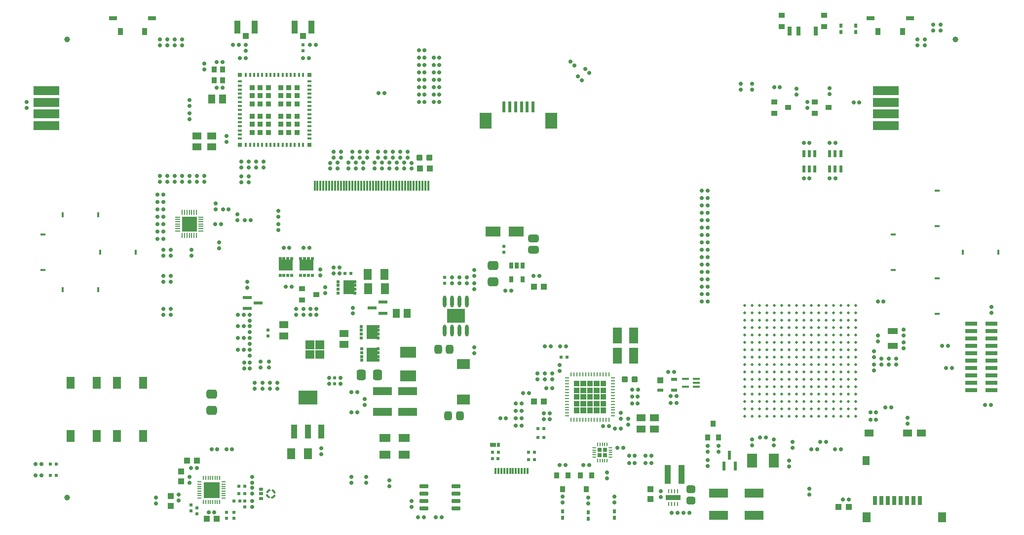
<source format=gtp>
G04*
G04 #@! TF.GenerationSoftware,Altium Limited,Altium Designer,18.1.7 (191)*
G04*
G04 Layer_Color=8421504*
%FSLAX24Y24*%
%MOIN*%
G70*
G01*
G75*
G04:AMPARAMS|DCode=22|XSize=29.5mil|YSize=29.5mil|CornerRadius=7.4mil|HoleSize=0mil|Usage=FLASHONLY|Rotation=90.000|XOffset=0mil|YOffset=0mil|HoleType=Round|Shape=RoundedRectangle|*
%AMROUNDEDRECTD22*
21,1,0.0295,0.0148,0,0,90.0*
21,1,0.0148,0.0295,0,0,90.0*
1,1,0.0148,0.0074,0.0074*
1,1,0.0148,0.0074,-0.0074*
1,1,0.0148,-0.0074,-0.0074*
1,1,0.0148,-0.0074,0.0074*
%
%ADD22ROUNDEDRECTD22*%
%ADD23R,0.0236X0.0748*%
%ADD24R,0.0827X0.1102*%
%ADD25C,0.0020*%
G04:AMPARAMS|DCode=26|XSize=25.6mil|YSize=23.6mil|CornerRadius=5.9mil|HoleSize=0mil|Usage=FLASHONLY|Rotation=0.000|XOffset=0mil|YOffset=0mil|HoleType=Round|Shape=RoundedRectangle|*
%AMROUNDEDRECTD26*
21,1,0.0256,0.0118,0,0,0.0*
21,1,0.0138,0.0236,0,0,0.0*
1,1,0.0118,0.0069,-0.0059*
1,1,0.0118,-0.0069,-0.0059*
1,1,0.0118,-0.0069,0.0059*
1,1,0.0118,0.0069,0.0059*
%
%ADD26ROUNDEDRECTD26*%
G04:AMPARAMS|DCode=27|XSize=25.6mil|YSize=23.6mil|CornerRadius=5.9mil|HoleSize=0mil|Usage=FLASHONLY|Rotation=270.000|XOffset=0mil|YOffset=0mil|HoleType=Round|Shape=RoundedRectangle|*
%AMROUNDEDRECTD27*
21,1,0.0256,0.0118,0,0,270.0*
21,1,0.0138,0.0236,0,0,270.0*
1,1,0.0118,-0.0059,-0.0069*
1,1,0.0118,-0.0059,0.0069*
1,1,0.0118,0.0059,0.0069*
1,1,0.0118,0.0059,-0.0069*
%
%ADD27ROUNDEDRECTD27*%
G04:AMPARAMS|DCode=28|XSize=25.6mil|YSize=23.6mil|CornerRadius=5.9mil|HoleSize=0mil|Usage=FLASHONLY|Rotation=225.000|XOffset=0mil|YOffset=0mil|HoleType=Round|Shape=RoundedRectangle|*
%AMROUNDEDRECTD28*
21,1,0.0256,0.0118,0,0,225.0*
21,1,0.0138,0.0236,0,0,225.0*
1,1,0.0118,-0.0090,-0.0007*
1,1,0.0118,0.0007,0.0090*
1,1,0.0118,0.0090,0.0007*
1,1,0.0118,-0.0007,-0.0090*
%
%ADD28ROUNDEDRECTD28*%
%ADD29R,0.0320X0.0160*%
%ADD30R,0.0160X0.0320*%
%ADD31R,0.0433X0.0394*%
%ADD32R,0.0236X0.0197*%
G04:AMPARAMS|DCode=33|XSize=59.1mil|YSize=51.2mil|CornerRadius=12.8mil|HoleSize=0mil|Usage=FLASHONLY|Rotation=180.000|XOffset=0mil|YOffset=0mil|HoleType=Round|Shape=RoundedRectangle|*
%AMROUNDEDRECTD33*
21,1,0.0591,0.0256,0,0,180.0*
21,1,0.0335,0.0512,0,0,180.0*
1,1,0.0256,-0.0167,0.0128*
1,1,0.0256,0.0167,0.0128*
1,1,0.0256,0.0167,-0.0128*
1,1,0.0256,-0.0167,-0.0128*
%
%ADD33ROUNDEDRECTD33*%
%ADD34R,0.0433X0.1260*%
G04:AMPARAMS|DCode=35|XSize=59.1mil|YSize=51.2mil|CornerRadius=12.8mil|HoleSize=0mil|Usage=FLASHONLY|Rotation=90.000|XOffset=0mil|YOffset=0mil|HoleType=Round|Shape=RoundedRectangle|*
%AMROUNDEDRECTD35*
21,1,0.0591,0.0256,0,0,90.0*
21,1,0.0335,0.0512,0,0,90.0*
1,1,0.0256,0.0128,0.0167*
1,1,0.0256,0.0128,-0.0167*
1,1,0.0256,-0.0128,-0.0167*
1,1,0.0256,-0.0128,0.0167*
%
%ADD35ROUNDEDRECTD35*%
G04:AMPARAMS|DCode=36|XSize=39.4mil|YSize=43.3mil|CornerRadius=9.8mil|HoleSize=0mil|Usage=FLASHONLY|Rotation=270.000|XOffset=0mil|YOffset=0mil|HoleType=Round|Shape=RoundedRectangle|*
%AMROUNDEDRECTD36*
21,1,0.0394,0.0236,0,0,270.0*
21,1,0.0197,0.0433,0,0,270.0*
1,1,0.0197,-0.0118,-0.0098*
1,1,0.0197,-0.0118,0.0098*
1,1,0.0197,0.0118,0.0098*
1,1,0.0197,0.0118,-0.0098*
%
%ADD36ROUNDEDRECTD36*%
%ADD37R,0.0197X0.0236*%
%ADD38R,0.0413X0.0866*%
%ADD39R,0.0413X0.0394*%
%ADD40R,0.0244X0.0472*%
%ADD41R,0.0551X0.0827*%
%ADD42R,0.1250X0.0600*%
%ADD43R,0.0394X0.0335*%
%ADD44R,0.0394X0.0335*%
%ADD45R,0.1299X0.0945*%
%ADD46R,0.0394X0.0945*%
%ADD47R,0.0610X0.0217*%
%ADD48R,0.0394X0.0236*%
%ADD49R,0.0394X0.0394*%
G04:AMPARAMS|DCode=50|XSize=23.6mil|YSize=57.1mil|CornerRadius=2mil|HoleSize=0mil|Usage=FLASHONLY|Rotation=270.000|XOffset=0mil|YOffset=0mil|HoleType=Round|Shape=RoundedRectangle|*
%AMROUNDEDRECTD50*
21,1,0.0236,0.0531,0,0,270.0*
21,1,0.0196,0.0571,0,0,270.0*
1,1,0.0040,-0.0265,-0.0098*
1,1,0.0040,-0.0265,0.0098*
1,1,0.0040,0.0265,0.0098*
1,1,0.0040,0.0265,-0.0098*
%
%ADD50ROUNDEDRECTD50*%
G04:AMPARAMS|DCode=51|XSize=23.6mil|YSize=9.8mil|CornerRadius=2mil|HoleSize=0mil|Usage=FLASHONLY|Rotation=0.000|XOffset=0mil|YOffset=0mil|HoleType=Round|Shape=RoundedRectangle|*
%AMROUNDEDRECTD51*
21,1,0.0236,0.0059,0,0,0.0*
21,1,0.0197,0.0098,0,0,0.0*
1,1,0.0039,0.0098,-0.0030*
1,1,0.0039,-0.0098,-0.0030*
1,1,0.0039,-0.0098,0.0030*
1,1,0.0039,0.0098,0.0030*
%
%ADD51ROUNDEDRECTD51*%
G04:AMPARAMS|DCode=52|XSize=23.6mil|YSize=9.8mil|CornerRadius=2mil|HoleSize=0mil|Usage=FLASHONLY|Rotation=90.000|XOffset=0mil|YOffset=0mil|HoleType=Round|Shape=RoundedRectangle|*
%AMROUNDEDRECTD52*
21,1,0.0236,0.0059,0,0,90.0*
21,1,0.0197,0.0098,0,0,90.0*
1,1,0.0039,0.0030,0.0098*
1,1,0.0039,0.0030,-0.0098*
1,1,0.0039,-0.0030,-0.0098*
1,1,0.0039,-0.0030,0.0098*
%
%ADD52ROUNDEDRECTD52*%
G04:AMPARAMS|DCode=53|XSize=7.9mil|YSize=23.6mil|CornerRadius=2mil|HoleSize=0mil|Usage=FLASHONLY|Rotation=0.000|XOffset=0mil|YOffset=0mil|HoleType=Round|Shape=RoundedRectangle|*
%AMROUNDEDRECTD53*
21,1,0.0079,0.0197,0,0,0.0*
21,1,0.0039,0.0236,0,0,0.0*
1,1,0.0039,0.0020,-0.0098*
1,1,0.0039,-0.0020,-0.0098*
1,1,0.0039,-0.0020,0.0098*
1,1,0.0039,0.0020,0.0098*
%
%ADD53ROUNDEDRECTD53*%
G04:AMPARAMS|DCode=54|XSize=7.9mil|YSize=23.6mil|CornerRadius=2mil|HoleSize=0mil|Usage=FLASHONLY|Rotation=270.000|XOffset=0mil|YOffset=0mil|HoleType=Round|Shape=RoundedRectangle|*
%AMROUNDEDRECTD54*
21,1,0.0079,0.0197,0,0,270.0*
21,1,0.0039,0.0236,0,0,270.0*
1,1,0.0039,-0.0098,-0.0020*
1,1,0.0039,-0.0098,0.0020*
1,1,0.0039,0.0098,0.0020*
1,1,0.0039,0.0098,-0.0020*
%
%ADD54ROUNDEDRECTD54*%
%ADD55R,0.0020X0.0020*%
%ADD56R,0.0020X0.0020*%
%ADD57R,0.0315X0.0236*%
%ADD58R,0.0010X0.0010*%
%ADD59O,0.0014X0.0156*%
%ADD60O,0.0156X0.0014*%
%ADD61R,0.1299X0.0551*%
G04:AMPARAMS|DCode=62|XSize=70.9mil|YSize=63mil|CornerRadius=15.7mil|HoleSize=0mil|Usage=FLASHONLY|Rotation=0.000|XOffset=0mil|YOffset=0mil|HoleType=Round|Shape=RoundedRectangle|*
%AMROUNDEDRECTD62*
21,1,0.0709,0.0315,0,0,0.0*
21,1,0.0394,0.0630,0,0,0.0*
1,1,0.0315,0.0197,-0.0157*
1,1,0.0315,-0.0197,-0.0157*
1,1,0.0315,-0.0197,0.0157*
1,1,0.0315,0.0197,0.0157*
%
%ADD62ROUNDEDRECTD62*%
%ADD63R,0.0098X0.0315*%
%ADD64R,0.0984X0.0354*%
%ADD65R,0.0295X0.0079*%
%ADD66R,0.0079X0.0295*%
%ADD67R,0.1063X0.1063*%
%ADD68R,0.0335X0.0079*%
%ADD69R,0.0079X0.0335*%
%ADD70R,0.1010X0.1010*%
%ADD71R,0.0748X0.0965*%
%ADD72R,0.0248X0.0197*%
%ADD73R,0.0280X0.0590*%
%ADD74R,0.0390X0.0320*%
G04:AMPARAMS|DCode=75|XSize=19.7mil|YSize=19.7mil|CornerRadius=9.8mil|HoleSize=0mil|Usage=FLASHONLY|Rotation=180.000|XOffset=0mil|YOffset=0mil|HoleType=Round|Shape=RoundedRectangle|*
%AMROUNDEDRECTD75*
21,1,0.0197,0.0000,0,0,180.0*
21,1,0.0000,0.0197,0,0,180.0*
1,1,0.0197,0.0000,0.0000*
1,1,0.0197,0.0000,0.0000*
1,1,0.0197,0.0000,0.0000*
1,1,0.0197,0.0000,0.0000*
%
%ADD75ROUNDEDRECTD75*%
%ADD76R,0.0281X0.0281*%
%ADD77R,0.0295X0.0157*%
%ADD78R,0.0157X0.0295*%
%ADD79R,0.0374X0.0374*%
%ADD80R,0.0453X0.0591*%
%ADD81R,0.0591X0.0453*%
%ADD82R,0.0315X0.0591*%
%ADD83R,0.0551X0.0669*%
%ADD84R,0.0256X0.0433*%
G04:AMPARAMS|DCode=85|XSize=70.9mil|YSize=51.2mil|CornerRadius=12.8mil|HoleSize=0mil|Usage=FLASHONLY|Rotation=180.000|XOffset=0mil|YOffset=0mil|HoleType=Round|Shape=RoundedRectangle|*
%AMROUNDEDRECTD85*
21,1,0.0709,0.0256,0,0,180.0*
21,1,0.0453,0.0512,0,0,180.0*
1,1,0.0256,-0.0226,0.0128*
1,1,0.0256,0.0226,0.0128*
1,1,0.0256,0.0226,-0.0128*
1,1,0.0256,-0.0226,-0.0128*
%
%ADD85ROUNDEDRECTD85*%
%ADD86R,0.0374X0.0413*%
%ADD87R,0.1771X0.0590*%
%ADD88R,0.1098X0.0754*%
%ADD89R,0.0138X0.0709*%
%ADD90R,0.0126X0.0709*%
%ADD91C,0.0394*%
%ADD92R,0.0709X0.0394*%
%ADD93R,0.0130X0.0445*%
%ADD94R,0.0413X0.0276*%
%ADD95R,0.0205X0.0276*%
%ADD96R,0.0984X0.0669*%
%ADD97R,0.0197X0.0276*%
%ADD98O,0.0236X0.0787*%
%ADD99R,0.1220X0.0945*%
%ADD100R,0.0460X0.0140*%
%ADD101R,0.0670X0.0940*%
%ADD102R,0.0870X0.0670*%
%ADD103R,0.0531X0.0728*%
%ADD104R,0.0591X0.0512*%
%ADD105R,0.0394X0.0433*%
%ADD106R,0.0630X0.1063*%
%ADD107R,0.0807X0.0299*%
%ADD108R,0.0217X0.0610*%
%ADD109R,0.0335X0.0394*%
%ADD110R,0.0335X0.0394*%
%ADD111R,0.0512X0.0591*%
%ADD112R,0.0728X0.0531*%
%ADD113R,0.0965X0.0748*%
%ADD114R,0.0197X0.0248*%
G04:AMPARAMS|DCode=115|XSize=70.9mil|YSize=63mil|CornerRadius=15.7mil|HoleSize=0mil|Usage=FLASHONLY|Rotation=90.000|XOffset=0mil|YOffset=0mil|HoleType=Round|Shape=RoundedRectangle|*
%AMROUNDEDRECTD115*
21,1,0.0709,0.0315,0,0,90.0*
21,1,0.0394,0.0630,0,0,90.0*
1,1,0.0315,0.0157,0.0197*
1,1,0.0315,0.0157,-0.0197*
1,1,0.0315,-0.0157,-0.0197*
1,1,0.0315,-0.0157,0.0197*
%
%ADD115ROUNDEDRECTD115*%
%ADD116R,0.0571X0.0315*%
%ADD117R,0.0354X0.0500*%
G36*
X-12652Y12039D02*
X-13237Y12039D01*
X-13237Y12624D01*
X-12652Y12624D01*
X-12652Y12039D01*
X-12652Y12039D02*
G37*
G36*
X-13316Y12039D02*
X-13901Y12039D01*
X-13901Y12624D01*
X-13316Y12624D01*
X-13316Y12039D01*
X-13316Y12039D02*
G37*
G36*
X-12652Y11376D02*
X-13237Y11376D01*
X-13237Y11961D01*
X-12652Y11961D01*
X-12652Y11376D01*
X-12652Y11376D02*
G37*
G36*
X-13316Y11376D02*
X-13901Y11376D01*
X-13901Y11961D01*
X-13316Y11961D01*
X-13316Y11376D01*
X-13316Y11376D02*
G37*
G36*
X6405Y9515D02*
X6031Y9515D01*
X6031Y9889D01*
X6405Y9889D01*
X6405Y9515D01*
X6405Y9515D02*
G37*
G36*
X5952Y9515D02*
X5578Y9515D01*
X5578Y9889D01*
X5952Y9889D01*
X5952Y9515D01*
X5952Y9515D02*
G37*
G36*
X5500Y9515D02*
X5126Y9515D01*
X5126Y9889D01*
X5500Y9889D01*
X5500Y9515D01*
X5500Y9515D02*
G37*
G36*
X5047Y9515D02*
X4673Y9515D01*
X4673Y9889D01*
X5047Y9889D01*
X5047Y9515D01*
X5047Y9515D02*
G37*
G36*
X4594Y9515D02*
X4220Y9515D01*
X4220Y9889D01*
X4594Y9889D01*
X4594Y9515D01*
X4594Y9515D02*
G37*
G36*
X6405Y9062D02*
X6031Y9062D01*
X6031Y9436D01*
X6405Y9436D01*
X6405Y9062D01*
X6405Y9062D02*
G37*
G36*
X5952Y9062D02*
X5578Y9062D01*
X5578Y9436D01*
X5952Y9436D01*
X5952Y9062D01*
X5952Y9062D02*
G37*
G36*
X5500Y9062D02*
X5126Y9062D01*
X5126Y9436D01*
X5500Y9436D01*
X5500Y9062D01*
X5500Y9062D02*
G37*
G36*
X5047Y9062D02*
X4673Y9062D01*
X4673Y9436D01*
X5047Y9436D01*
X5047Y9062D01*
X5047Y9062D02*
G37*
G36*
X4594Y9062D02*
X4220Y9062D01*
X4220Y9436D01*
X4594Y9436D01*
X4594Y9062D01*
X4594Y9062D02*
G37*
G36*
X6405Y8609D02*
X6031Y8609D01*
X6031Y8983D01*
X6405Y8983D01*
X6405Y8609D01*
X6405Y8609D02*
G37*
G36*
X5952Y8609D02*
X5578Y8609D01*
X5578Y8983D01*
X5952Y8983D01*
X5952Y8609D01*
X5952Y8609D02*
G37*
G36*
X5500Y8609D02*
X5126Y8609D01*
X5126Y8983D01*
X5500Y8983D01*
X5500Y8609D01*
X5500Y8609D02*
G37*
G36*
X5047Y8609D02*
X4673Y8609D01*
X4673Y8983D01*
X5047Y8983D01*
X5047Y8609D01*
X5047Y8609D02*
G37*
G36*
X4594Y8609D02*
X4220Y8609D01*
X4220Y8983D01*
X4594Y8983D01*
X4594Y8609D01*
X4594Y8609D02*
G37*
G36*
X6405Y8156D02*
X6031Y8156D01*
X6031Y8530D01*
X6405Y8530D01*
X6405Y8156D01*
X6405Y8156D02*
G37*
G36*
X5952Y8156D02*
X5578Y8156D01*
X5578Y8530D01*
X5952Y8530D01*
X5952Y8156D01*
X5952Y8156D02*
G37*
G36*
X5500Y8156D02*
X5126Y8156D01*
X5126Y8530D01*
X5500Y8530D01*
X5500Y8156D01*
X5500Y8156D02*
G37*
G36*
X5047Y8156D02*
X4673Y8156D01*
X4673Y8530D01*
X5047Y8530D01*
X5047Y8156D01*
X5047Y8156D02*
G37*
G36*
X4594Y8156D02*
X4220Y8156D01*
X4220Y8530D01*
X4594Y8530D01*
X4594Y8156D01*
X4594Y8156D02*
G37*
G36*
X6405Y7704D02*
X6031Y7704D01*
X6031Y8078D01*
X6405Y8078D01*
X6405Y7704D01*
X6405Y7704D02*
G37*
G36*
X5952Y7704D02*
X5578Y7704D01*
X5578Y8078D01*
X5952Y8078D01*
X5952Y7704D01*
X5952Y7704D02*
G37*
G36*
X5500Y7704D02*
X5126Y7704D01*
X5126Y8078D01*
X5500Y8078D01*
X5500Y7704D01*
X5500Y7704D02*
G37*
G36*
X5047Y7704D02*
X4673Y7704D01*
X4673Y8078D01*
X5047Y8078D01*
X5047Y7704D01*
X5047Y7704D02*
G37*
G36*
X4594Y7704D02*
X4220Y7704D01*
X4220Y8078D01*
X4594Y8078D01*
X4594Y7704D01*
X4594Y7704D02*
G37*
G36*
X-16318Y2566D02*
X-16293Y2554D01*
X-16274Y2534D01*
X-16265Y2508D01*
X-16266Y2481D01*
X-16277Y2456D01*
X-16298Y2437D01*
X-16310Y2432D01*
X-16310Y2432D01*
X-16319Y2429D01*
X-16332Y2424D01*
X-16344Y2417D01*
X-16356Y2410D01*
X-16367Y2402D01*
X-16378Y2393D01*
X-16387Y2384D01*
X-16397Y2373D01*
X-16405Y2363D01*
X-16413Y2351D01*
X-16421Y2337D01*
X-16426Y2329D01*
X-16438Y2317D01*
X-16454Y2308D01*
X-16472Y2303D01*
X-16499Y2303D01*
X-16531Y2322D01*
X-16550Y2354D01*
X-16550Y2391D01*
X-16540Y2407D01*
X-16540Y2407D01*
X-16531Y2423D01*
X-16531Y2423D01*
X-16530Y2424D01*
X-16530Y2425D01*
X-16529Y2426D01*
X-16528Y2427D01*
X-16528Y2427D01*
X-16518Y2442D01*
X-16518Y2443D01*
X-16517Y2444D01*
X-16516Y2445D01*
X-16515Y2446D01*
X-16515Y2446D01*
X-16515Y2446D01*
X-16504Y2461D01*
X-16504Y2461D01*
X-16501Y2464D01*
X-16501Y2464D01*
X-16501Y2464D01*
X-16501Y2464D01*
X-16488Y2478D01*
X-16488Y2478D01*
X-16487Y2479D01*
X-16486Y2480D01*
X-16485Y2481D01*
X-16485Y2482D01*
X-16485Y2482D01*
X-16471Y2494D01*
X-16471Y2495D01*
X-16470Y2496D01*
X-16469Y2496D01*
X-16468Y2497D01*
X-16468Y2498D01*
X-16468Y2498D01*
X-16454Y2510D01*
X-16453Y2510D01*
X-16452Y2511D01*
X-16451Y2511D01*
X-16450Y2512D01*
X-16450Y2512D01*
X-16435Y2523D01*
X-16434Y2524D01*
X-16433Y2524D01*
X-16432Y2525D01*
X-16431Y2526D01*
X-16431Y2526D01*
X-16431Y2526D01*
X-16415Y2536D01*
X-16415Y2536D01*
X-16413Y2537D01*
X-16412Y2537D01*
X-16411Y2538D01*
X-16411Y2538D01*
X-16411Y2538D01*
X-16394Y2547D01*
X-16394Y2547D01*
X-16393Y2548D01*
X-16392Y2548D01*
X-16390Y2549D01*
X-16390Y2549D01*
X-16390Y2549D01*
X-16373Y2556D01*
X-16373Y2556D01*
X-16373Y2557D01*
X-16371Y2557D01*
X-16370Y2558D01*
X-16369Y2558D01*
X-16369Y2558D01*
X-16369Y2558D01*
X-16369Y2558D01*
X-16369Y2558D01*
X-16371Y2557D01*
X-16372Y2557D01*
X-16373Y2557D01*
X-16373Y2556D01*
X-16373Y2556D01*
X-16373Y2556D01*
X-16373Y2556D01*
X-16369Y2558D01*
X-16358Y2562D01*
X-16345Y2567D01*
X-16318Y2566D01*
X-16318Y2566D02*
G37*
G36*
X-16501Y2464D02*
X-16501Y2464D01*
X-16502Y2463D01*
X-16503Y2462D01*
X-16503Y2461D01*
X-16504Y2461D01*
X-16504Y2461D01*
X-16504Y2461D01*
X-16503Y2461D01*
X-16503Y2462D01*
X-16502Y2463D01*
X-16501Y2464D01*
X-16501Y2464D01*
X-16501Y2464D01*
X-16501Y2464D01*
X-16501Y2464D01*
X-16501Y2464D02*
G37*
G36*
X-16504Y2461D02*
X-16504Y2461D01*
X-16504Y2461D01*
X-16504Y2461D01*
X-16504Y2461D02*
G37*
G36*
X-16098Y2547D02*
X-16086Y2540D01*
X-16086Y2540D01*
X-16070Y2531D01*
X-16070Y2531D01*
X-16068Y2530D01*
X-16067Y2529D01*
X-16066Y2529D01*
X-16066Y2528D01*
X-16066Y2528D01*
X-16051Y2518D01*
X-16050Y2518D01*
X-16049Y2517D01*
X-16048Y2516D01*
X-16047Y2516D01*
X-16047Y2515D01*
X-16047Y2515D01*
X-16047Y2515D01*
X-16032Y2504D01*
X-16032Y2504D01*
X-16032Y2504D01*
X-16032Y2504D01*
X-16032Y2504D01*
X-16032Y2504D01*
X-16032Y2504D01*
X-16032Y2504D01*
X-16032Y2504D01*
X-16032Y2504D01*
X-16032Y2503D01*
X-16031Y2503D01*
X-16030Y2502D01*
X-16029Y2501D01*
X-16028Y2501D01*
X-16028Y2501D01*
X-16015Y2488D01*
X-16014Y2488D01*
X-16014Y2487D01*
X-16013Y2486D01*
X-16012Y2485D01*
X-16011Y2485D01*
X-16011Y2485D01*
X-16011Y2485D01*
X-15999Y2472D01*
X-15998Y2471D01*
X-15997Y2470D01*
X-15997Y2469D01*
X-15996Y2468D01*
X-15995Y2468D01*
X-15995Y2468D01*
X-15983Y2454D01*
X-15983Y2453D01*
X-15982Y2452D01*
X-15982Y2451D01*
X-15981Y2450D01*
X-15980Y2450D01*
X-15980Y2450D01*
X-15970Y2435D01*
X-15969Y2434D01*
X-15969Y2433D01*
X-15968Y2432D01*
X-15967Y2431D01*
X-15967Y2431D01*
X-15967Y2431D01*
X-15957Y2415D01*
X-15957Y2415D01*
X-15957Y2414D01*
X-15956Y2413D01*
X-15956Y2412D01*
X-15955Y2411D01*
X-15955Y2411D01*
X-15955Y2411D01*
X-15946Y2394D01*
X-15946Y2394D01*
X-15945Y2393D01*
X-15945Y2392D01*
X-15944Y2391D01*
X-15944Y2390D01*
X-15944Y2390D01*
X-15944Y2390D01*
X-15937Y2373D01*
X-15937Y2373D01*
X-15936Y2373D01*
X-15936Y2373D01*
X-15936Y2373D01*
X-15936Y2373D01*
X-15936Y2373D01*
X-15936Y2373D01*
X-15936Y2373D01*
X-15936Y2373D01*
X-15936Y2373D01*
X-15936Y2371D01*
X-15935Y2370D01*
X-15935Y2369D01*
X-15935Y2369D01*
X-15935Y2369D01*
X-15931Y2358D01*
X-15925Y2342D01*
X-15929Y2309D01*
X-15949Y2281D01*
X-15979Y2265D01*
X-16006Y2265D01*
X-16027Y2272D01*
X-16044Y2284D01*
X-16057Y2301D01*
X-16061Y2310D01*
X-16061Y2310D01*
X-16064Y2319D01*
X-16069Y2332D01*
X-16076Y2344D01*
X-16083Y2356D01*
X-16091Y2367D01*
X-16100Y2378D01*
X-16109Y2387D01*
X-16120Y2397D01*
X-16130Y2405D01*
X-16142Y2413D01*
X-16156Y2421D01*
X-16167Y2428D01*
X-16184Y2450D01*
X-16191Y2476D01*
X-16187Y2504D01*
X-16174Y2527D01*
X-16152Y2544D01*
X-16125Y2551D01*
X-16098Y2547D01*
X-16098Y2547D02*
G37*
G36*
X-16481Y2227D02*
X-16456Y2216D01*
X-16437Y2195D01*
X-16432Y2182D01*
X-16429Y2174D01*
X-16424Y2161D01*
X-16417Y2149D01*
X-16410Y2137D01*
X-16402Y2126D01*
X-16393Y2115D01*
X-16384Y2105D01*
X-16373Y2096D01*
X-16363Y2088D01*
X-16351Y2080D01*
X-16337Y2072D01*
X-16317Y2060D01*
X-16299Y2017D01*
X-16311Y1972D01*
X-16349Y1943D01*
X-16377Y1943D01*
X-16386Y1944D01*
X-16394Y1947D01*
X-16403Y1950D01*
X-16407Y1953D01*
X-16423Y1962D01*
X-16423Y1962D01*
X-16423Y1962D01*
X-16424Y1963D01*
X-16425Y1963D01*
X-16426Y1964D01*
X-16427Y1964D01*
X-16442Y1975D01*
X-16443Y1975D01*
X-16444Y1976D01*
X-16445Y1977D01*
X-16446Y1977D01*
X-16446Y1978D01*
X-16461Y1989D01*
X-16461Y1989D01*
X-16461Y1989D01*
X-16461Y1990D01*
X-16462Y1990D01*
X-16463Y1991D01*
X-16464Y1992D01*
X-16464Y1992D01*
X-16478Y2005D01*
X-16478Y2005D01*
X-16478Y2005D01*
X-16479Y2006D01*
X-16480Y2007D01*
X-16481Y2008D01*
X-16482Y2008D01*
X-16494Y2021D01*
X-16494Y2021D01*
X-16495Y2022D01*
X-16496Y2023D01*
X-16496Y2024D01*
X-16497Y2025D01*
X-16498Y2025D01*
X-16510Y2039D01*
X-16510Y2039D01*
X-16510Y2040D01*
X-16511Y2041D01*
X-16511Y2042D01*
X-16512Y2043D01*
X-16512Y2043D01*
X-16523Y2058D01*
X-16523Y2058D01*
X-16524Y2059D01*
X-16524Y2060D01*
X-16525Y2061D01*
X-16526Y2062D01*
X-16526Y2062D01*
X-16536Y2078D01*
X-16536Y2078D01*
X-16536Y2078D01*
X-16537Y2079D01*
X-16537Y2080D01*
X-16538Y2082D01*
X-16538Y2082D01*
X-16547Y2099D01*
X-16547Y2099D01*
X-16547Y2099D01*
X-16548Y2100D01*
X-16548Y2101D01*
X-16549Y2102D01*
X-16549Y2103D01*
X-16549Y2103D01*
X-16549Y2103D01*
X-16549Y2103D01*
X-16549Y2103D01*
X-16549Y2103D01*
X-16549Y2103D01*
X-16549Y2103D01*
X-16549Y2103D01*
X-16549Y2103D01*
X-16556Y2120D01*
X-16556Y2120D01*
X-16556Y2120D01*
X-16557Y2120D01*
X-16557Y2121D01*
X-16558Y2123D01*
X-16558Y2124D01*
X-16558Y2124D01*
X-16562Y2135D01*
X-16562Y2135D01*
X-16567Y2148D01*
X-16566Y2175D01*
X-16554Y2200D01*
X-16534Y2219D01*
X-16508Y2228D01*
X-16481Y2227D01*
X-16481Y2227D02*
G37*
G36*
X-15989Y2187D02*
X-15966Y2174D01*
X-15949Y2152D01*
X-15942Y2125D01*
X-15946Y2098D01*
X-15953Y2086D01*
X-15953Y2086D01*
X-15962Y2070D01*
X-15962Y2070D01*
X-15963Y2069D01*
X-15963Y2068D01*
X-15964Y2067D01*
X-15964Y2066D01*
X-15964Y2066D01*
X-15975Y2051D01*
X-15975Y2050D01*
X-15976Y2049D01*
X-15977Y2048D01*
X-15977Y2047D01*
X-15978Y2047D01*
X-15978Y2047D01*
X-15989Y2032D01*
X-15989Y2032D01*
X-15990Y2032D01*
X-15990Y2031D01*
X-15991Y2030D01*
X-15992Y2029D01*
X-15992Y2028D01*
X-15992Y2028D01*
X-16005Y2015D01*
X-16005Y2014D01*
X-16006Y2014D01*
X-16007Y2013D01*
X-16008Y2012D01*
X-16008Y2011D01*
X-16008Y2011D01*
X-16021Y1998D01*
X-16022Y1998D01*
X-16023Y1997D01*
X-16024Y1996D01*
X-16025Y1996D01*
X-16025Y1995D01*
X-16025Y1995D01*
X-16039Y1983D01*
X-16040Y1983D01*
X-16041Y1982D01*
X-16042Y1982D01*
X-16043Y1981D01*
X-16043Y1980D01*
X-16043Y1980D01*
X-16058Y1970D01*
X-16059Y1969D01*
X-16060Y1969D01*
X-16061Y1968D01*
X-16062Y1967D01*
X-16062Y1967D01*
X-16062Y1967D01*
X-16078Y1957D01*
X-16078Y1957D01*
X-16078Y1957D01*
X-16078Y1957D01*
X-16082Y1955D01*
X-16098Y1946D01*
X-16099Y1946D01*
X-16099Y1946D01*
X-16100Y1945D01*
X-16101Y1945D01*
X-16103Y1944D01*
X-16103Y1944D01*
X-16103Y1944D01*
X-16103Y1944D01*
X-16102Y1944D01*
X-16101Y1945D01*
X-16100Y1945D01*
X-16099Y1946D01*
X-16098Y1946D01*
X-16103Y1944D01*
X-16120Y1937D01*
X-16120Y1937D01*
X-16120Y1936D01*
X-16121Y1936D01*
X-16123Y1935D01*
X-16124Y1935D01*
X-16124Y1935D01*
X-16124Y1935D01*
X-16135Y1931D01*
X-16138Y1930D01*
X-16144Y1928D01*
X-16150Y1927D01*
X-16156Y1927D01*
X-16184Y1927D01*
X-16222Y1959D01*
X-16231Y2008D01*
X-16206Y2052D01*
X-16182Y2060D01*
X-16182Y2060D01*
X-16174Y2064D01*
X-16161Y2069D01*
X-16149Y2076D01*
X-16137Y2083D01*
X-16126Y2091D01*
X-16115Y2100D01*
X-16105Y2109D01*
X-16096Y2120D01*
X-16088Y2130D01*
X-16080Y2142D01*
X-16072Y2156D01*
X-16065Y2167D01*
X-16043Y2184D01*
X-16017Y2191D01*
X-15989Y2187D01*
X-15989Y2187D02*
G37*
G36*
X-16078Y1957D02*
X-16078Y1957D01*
X-16078Y1957D01*
X-16079Y1956D01*
X-16080Y1956D01*
X-16082Y1955D01*
X-16082Y1955D01*
X-16082Y1955D01*
X-16082Y1955D01*
X-16081Y1956D01*
X-16080Y1956D01*
X-16078Y1957D01*
X-16078Y1957D01*
X-16078Y1957D01*
X-16078Y1957D01*
X-16078Y1957D02*
G37*
G36*
X-16082Y1955D02*
X-16082Y1955D01*
X-16082Y1955D01*
X-16082Y1955D01*
X-16082Y1955D02*
G37*
%LPC*%
G36*
X-16098Y1946D02*
X-16098Y1946D01*
X-16098Y1946D01*
X-16098Y1946D01*
X-16098Y1946D02*
G37*
%LPD*%
D22*
X6340Y5237D02*
D03*
X6340Y4863D02*
D03*
X5966Y4863D02*
D03*
X5966Y5237D02*
D03*
D23*
X-501Y28415D02*
D03*
X-107Y28415D02*
D03*
X287Y28415D02*
D03*
X680Y28415D02*
D03*
X1074Y28415D02*
D03*
X1468Y28415D02*
D03*
D24*
X-1741Y27490D02*
D03*
X2708Y27490D02*
D03*
D25*
X-12150Y12897D02*
D03*
X-12150Y12797D02*
D03*
D26*
X13997Y5106D02*
D03*
X13997Y5500D02*
D03*
X13247Y5500D02*
D03*
X13247Y5106D02*
D03*
X13247Y4528D02*
D03*
X13247Y4135D02*
D03*
X-22250Y23353D02*
D03*
X-22250Y23747D02*
D03*
X-22750Y23750D02*
D03*
X-22750Y23356D02*
D03*
X18750Y4500D02*
D03*
X18750Y4106D02*
D03*
X-12900Y17020D02*
D03*
X-12900Y17413D02*
D03*
X-17841Y16600D02*
D03*
X-17841Y16206D02*
D03*
X-14527Y14747D02*
D03*
X-14527Y14353D02*
D03*
X-13572Y14362D02*
D03*
X-13572Y14756D02*
D03*
X-14027Y14750D02*
D03*
X-14027Y14356D02*
D03*
X-12577Y16232D02*
D03*
X-12577Y15839D02*
D03*
X-13178Y14362D02*
D03*
X-13178Y14756D02*
D03*
X-11532Y9684D02*
D03*
X-11532Y10078D02*
D03*
X-17348Y9349D02*
D03*
X-17348Y9743D02*
D03*
X-16798Y9743D02*
D03*
X-16798Y9349D02*
D03*
X-16298Y9349D02*
D03*
X-16298Y9743D02*
D03*
X-15798Y9743D02*
D03*
X-15798Y9349D02*
D03*
X-6750Y1356D02*
D03*
X-6750Y1750D02*
D03*
X2206Y7700D02*
D03*
X2206Y7306D02*
D03*
X5200Y1589D02*
D03*
X5200Y1983D02*
D03*
X24500Y11500D02*
D03*
X24500Y11894D02*
D03*
X24746Y12557D02*
D03*
X24746Y12950D02*
D03*
X24504Y10605D02*
D03*
X24504Y10999D02*
D03*
X-12320Y9684D02*
D03*
X-12320Y10078D02*
D03*
X-21750Y23750D02*
D03*
X-21750Y23356D02*
D03*
X-19752Y19250D02*
D03*
X-19752Y18856D02*
D03*
X-16750Y24321D02*
D03*
X-16750Y24714D02*
D03*
X-17250Y24714D02*
D03*
X-17250Y24321D02*
D03*
X-18250Y24321D02*
D03*
X-18250Y24714D02*
D03*
X-17750Y24714D02*
D03*
X-17750Y24321D02*
D03*
X-20750Y31358D02*
D03*
X-20750Y30964D02*
D03*
X-21750Y27606D02*
D03*
X-21750Y28000D02*
D03*
X-21750Y28500D02*
D03*
X-21750Y28894D02*
D03*
X-18250Y23714D02*
D03*
X-18250Y23321D02*
D03*
X-17750Y23321D02*
D03*
X-17750Y23714D02*
D03*
X16250Y30000D02*
D03*
X16250Y29606D02*
D03*
X15500Y29606D02*
D03*
X15500Y30000D02*
D03*
X26776Y7000D02*
D03*
X26776Y7394D02*
D03*
X-15747Y20106D02*
D03*
X-15747Y20500D02*
D03*
X-15750Y21394D02*
D03*
X-15750Y21000D02*
D03*
X-23750Y33000D02*
D03*
X-23750Y32606D02*
D03*
X27431Y32606D02*
D03*
X27431Y33000D02*
D03*
X-23003Y18750D02*
D03*
X-23003Y18356D02*
D03*
X-23000Y16606D02*
D03*
X-23000Y17000D02*
D03*
X-23000Y14353D02*
D03*
X-23000Y14747D02*
D03*
X-23250Y23353D02*
D03*
X-23250Y23747D02*
D03*
X-19986Y21894D02*
D03*
X-19986Y21500D02*
D03*
X7380Y7713D02*
D03*
X7380Y7320D02*
D03*
X-20751Y23750D02*
D03*
X-20751Y23356D02*
D03*
X-18500Y20750D02*
D03*
X-18500Y21144D02*
D03*
X-11516Y25000D02*
D03*
X-11516Y25394D02*
D03*
X19997Y28750D02*
D03*
X19997Y28356D02*
D03*
X-24000Y2000D02*
D03*
X-24000Y1606D02*
D03*
X-17500Y2642D02*
D03*
X-17500Y2248D02*
D03*
X-17500Y1750D02*
D03*
X-17500Y1356D02*
D03*
X-4000Y16500D02*
D03*
X-4000Y16894D02*
D03*
X-8250Y2750D02*
D03*
X-8250Y3144D02*
D03*
X1750Y10002D02*
D03*
X1750Y10396D02*
D03*
X2250Y10002D02*
D03*
X2250Y10396D02*
D03*
X3250Y10944D02*
D03*
X3250Y10550D02*
D03*
X3450Y2050D02*
D03*
X3450Y1656D02*
D03*
X2754Y10396D02*
D03*
X2754Y10002D02*
D03*
X-2501Y17394D02*
D03*
X-2501Y17000D02*
D03*
X-3000Y16894D02*
D03*
X-3000Y16500D02*
D03*
X19250Y29644D02*
D03*
X19250Y29250D02*
D03*
X6952Y2050D02*
D03*
X6952Y1656D02*
D03*
X21500Y29697D02*
D03*
X21500Y29303D02*
D03*
X-10800Y2997D02*
D03*
X-10800Y3391D02*
D03*
X-9800Y3396D02*
D03*
X-9800Y3002D02*
D03*
X-6750Y24247D02*
D03*
X-6750Y24640D02*
D03*
X-7000Y25394D02*
D03*
X-7000Y25000D02*
D03*
X-7250Y24250D02*
D03*
X-7250Y24644D02*
D03*
X-7500Y25394D02*
D03*
X-7500Y25000D02*
D03*
X-7750Y24250D02*
D03*
X-7750Y24644D02*
D03*
X-8002Y25394D02*
D03*
X-8002Y25000D02*
D03*
X-8250Y24250D02*
D03*
X-8250Y24644D02*
D03*
X-8500Y25394D02*
D03*
X-8500Y25000D02*
D03*
X-8750Y24250D02*
D03*
X-8750Y24644D02*
D03*
X-8991Y25394D02*
D03*
X-8991Y25000D02*
D03*
X-9250Y24250D02*
D03*
X-9250Y24644D02*
D03*
X-9750Y25397D02*
D03*
X-9750Y25003D02*
D03*
X-10000Y24253D02*
D03*
X-10000Y24647D02*
D03*
X-10250Y25397D02*
D03*
X-10250Y25003D02*
D03*
X-10500Y24253D02*
D03*
X-10500Y24647D02*
D03*
X-10750Y25397D02*
D03*
X-10750Y25003D02*
D03*
X-12250Y24247D02*
D03*
X-12250Y24640D02*
D03*
X-12000Y25394D02*
D03*
X-12000Y25000D02*
D03*
X-11750Y24250D02*
D03*
X-11750Y24644D02*
D03*
X-11000Y24644D02*
D03*
X-11000Y24250D02*
D03*
X20112Y2600D02*
D03*
X20112Y2206D02*
D03*
X32421Y14503D02*
D03*
X32421Y14897D02*
D03*
X-22747Y32606D02*
D03*
X-22747Y33000D02*
D03*
X28497Y34000D02*
D03*
X28497Y33606D02*
D03*
X-9900Y8253D02*
D03*
X-9900Y8647D02*
D03*
X-16950Y10802D02*
D03*
X-16950Y11196D02*
D03*
X-10698Y14446D02*
D03*
X-10698Y14839D02*
D03*
X26500Y12956D02*
D03*
X26500Y13350D02*
D03*
X26500Y12494D02*
D03*
X26500Y12100D02*
D03*
X17730Y5914D02*
D03*
X17730Y5520D02*
D03*
X16270Y5914D02*
D03*
X16270Y5520D02*
D03*
X-17929Y32608D02*
D03*
X-17929Y32214D02*
D03*
X29000Y33606D02*
D03*
X29000Y34000D02*
D03*
X25500Y11393D02*
D03*
X25500Y10999D02*
D03*
X24999Y11394D02*
D03*
X24999Y11000D02*
D03*
X26000Y11393D02*
D03*
X26000Y10999D02*
D03*
X-21600Y18750D02*
D03*
X-21600Y18356D02*
D03*
X-19250Y26464D02*
D03*
X-19250Y26071D02*
D03*
X-17668Y14362D02*
D03*
X-17668Y13968D02*
D03*
X-17668Y13575D02*
D03*
X-17668Y13181D02*
D03*
X-17668Y12787D02*
D03*
X-17668Y12394D02*
D03*
X-17668Y12000D02*
D03*
X-17668Y11606D02*
D03*
X7891Y6926D02*
D03*
X7891Y7320D02*
D03*
X-16377Y10803D02*
D03*
X-16377Y11197D02*
D03*
X-23250Y33000D02*
D03*
X-23250Y32606D02*
D03*
X27931Y32606D02*
D03*
X27931Y33000D02*
D03*
X-23503Y18750D02*
D03*
X-23503Y18356D02*
D03*
X-23503Y14747D02*
D03*
X-23503Y14353D02*
D03*
X-23750Y23353D02*
D03*
X-23750Y23747D02*
D03*
X-21251Y23356D02*
D03*
X-21251Y23750D02*
D03*
X-17500Y3394D02*
D03*
X-17500Y3000D02*
D03*
X-22473Y1791D02*
D03*
X-22473Y2184D02*
D03*
X-21750Y3394D02*
D03*
X-21750Y3000D02*
D03*
X-32750Y28750D02*
D03*
X-32750Y28356D02*
D03*
X2600Y7306D02*
D03*
X2600Y7700D02*
D03*
X10094Y2410D02*
D03*
X10094Y2016D02*
D03*
X-2501Y11750D02*
D03*
X-2501Y12144D02*
D03*
X-2500Y16106D02*
D03*
X-2500Y16500D02*
D03*
X-3500Y16500D02*
D03*
X-3500Y16894D02*
D03*
X6450Y3700D02*
D03*
X6450Y3306D02*
D03*
X-12844Y4918D02*
D03*
X-12844Y5312D02*
D03*
X-23500Y16606D02*
D03*
X-23500Y17000D02*
D03*
X19004Y5356D02*
D03*
X19004Y5750D02*
D03*
X-22250Y32606D02*
D03*
X-22250Y33000D02*
D03*
D27*
X11000Y10500D02*
D03*
X10606Y10500D02*
D03*
X11150Y8400D02*
D03*
X10756Y8400D02*
D03*
X11153Y8850D02*
D03*
X10759Y8850D02*
D03*
X-18323Y31714D02*
D03*
X-17929Y31714D02*
D03*
X-18400Y32608D02*
D03*
X-18794Y32608D02*
D03*
X-13677Y31714D02*
D03*
X-14071Y31714D02*
D03*
X-13600Y32608D02*
D03*
X-13206Y32608D02*
D03*
X12861Y22250D02*
D03*
X13255Y22250D02*
D03*
X13250Y17253D02*
D03*
X12856Y17253D02*
D03*
X12852Y16253D02*
D03*
X13246Y16253D02*
D03*
X13250Y15751D02*
D03*
X12856Y15751D02*
D03*
X12856Y15250D02*
D03*
X13250Y15250D02*
D03*
X12852Y22750D02*
D03*
X13246Y22750D02*
D03*
X13250Y21753D02*
D03*
X12856Y21753D02*
D03*
X12852Y21250D02*
D03*
X13246Y21250D02*
D03*
X13250Y20751D02*
D03*
X12856Y20751D02*
D03*
X12852Y20250D02*
D03*
X13246Y20250D02*
D03*
X13250Y19754D02*
D03*
X12856Y19754D02*
D03*
X12852Y19250D02*
D03*
X13246Y19250D02*
D03*
X13250Y18750D02*
D03*
X12856Y18750D02*
D03*
X12856Y18248D02*
D03*
X13250Y18248D02*
D03*
X13250Y17750D02*
D03*
X12856Y17750D02*
D03*
X12852Y16750D02*
D03*
X13246Y16750D02*
D03*
X-15245Y16250D02*
D03*
X-14852Y16250D02*
D03*
X-18062Y14362D02*
D03*
X-18456Y14362D02*
D03*
X-18062Y13575D02*
D03*
X-18456Y13575D02*
D03*
X-11604Y17563D02*
D03*
X-11997Y17563D02*
D03*
X-11997Y17150D02*
D03*
X-11604Y17150D02*
D03*
X-18062Y12787D02*
D03*
X-18456Y12787D02*
D03*
X-18062Y12000D02*
D03*
X-18456Y12000D02*
D03*
X-18054Y10720D02*
D03*
X-17661Y10720D02*
D03*
X-17661Y11114D02*
D03*
X-18054Y11114D02*
D03*
X-4706Y649D02*
D03*
X-5100Y649D02*
D03*
X306Y7350D02*
D03*
X700Y7350D02*
D03*
X306Y7852D02*
D03*
X700Y7852D02*
D03*
X16803Y6053D02*
D03*
X17197Y6053D02*
D03*
X-5250Y31250D02*
D03*
X-4856Y31250D02*
D03*
X-4856Y30750D02*
D03*
X-5250Y30750D02*
D03*
X-5250Y30250D02*
D03*
X-4856Y30250D02*
D03*
X-4856Y29750D02*
D03*
X-5250Y29750D02*
D03*
X-5250Y28750D02*
D03*
X-4856Y28750D02*
D03*
X-4856Y29250D02*
D03*
X-5250Y29250D02*
D03*
X-5250Y31750D02*
D03*
X-4856Y31750D02*
D03*
X-5856Y29250D02*
D03*
X-6250Y29250D02*
D03*
X-6250Y28750D02*
D03*
X-5856Y28750D02*
D03*
X-5856Y29750D02*
D03*
X-6250Y29750D02*
D03*
X-6250Y30250D02*
D03*
X-5856Y30250D02*
D03*
X-5856Y30750D02*
D03*
X-6250Y30750D02*
D03*
X-6250Y31250D02*
D03*
X-5856Y31250D02*
D03*
X-5856Y31750D02*
D03*
X-6250Y31750D02*
D03*
X24250Y7250D02*
D03*
X24644Y7250D02*
D03*
X25647Y8100D02*
D03*
X25253Y8100D02*
D03*
X20257Y5250D02*
D03*
X20651Y5250D02*
D03*
X20856Y5750D02*
D03*
X21250Y5750D02*
D03*
X22250Y5251D02*
D03*
X21856Y5251D02*
D03*
X24644Y7750D02*
D03*
X24250Y7750D02*
D03*
X-1Y16000D02*
D03*
X-394Y16000D02*
D03*
X-23894Y21000D02*
D03*
X-23500Y21000D02*
D03*
X-23894Y22500D02*
D03*
X-23500Y22500D02*
D03*
X-23500Y19500D02*
D03*
X-23894Y19500D02*
D03*
X6198Y6828D02*
D03*
X6592Y6828D02*
D03*
X-5856Y32249D02*
D03*
X-6250Y32249D02*
D03*
X-31750Y3500D02*
D03*
X-32144Y3500D02*
D03*
X-32144Y4250D02*
D03*
X-31750Y4250D02*
D03*
X3700Y12233D02*
D03*
X3306Y12233D02*
D03*
X2253Y12233D02*
D03*
X2646Y12233D02*
D03*
X-358Y7350D02*
D03*
X-752Y7350D02*
D03*
X806Y9051D02*
D03*
X1200Y9051D02*
D03*
X8167Y9286D02*
D03*
X8561Y9286D02*
D03*
X8544Y8835D02*
D03*
X8150Y8835D02*
D03*
X8344Y4314D02*
D03*
X7950Y4314D02*
D03*
X7950Y4814D02*
D03*
X8344Y4814D02*
D03*
X4853Y4204D02*
D03*
X5247Y4204D02*
D03*
X3647Y4204D02*
D03*
X3253Y4204D02*
D03*
X9450Y4314D02*
D03*
X9056Y4314D02*
D03*
X9056Y4814D02*
D03*
X9450Y4814D02*
D03*
X8544Y8350D02*
D03*
X8150Y8350D02*
D03*
X12017Y946D02*
D03*
X11623Y946D02*
D03*
X10841Y946D02*
D03*
X11234Y946D02*
D03*
X18144Y29750D02*
D03*
X17750Y29750D02*
D03*
X25144Y15267D02*
D03*
X24750Y15267D02*
D03*
X-19250Y5250D02*
D03*
X-18856Y5250D02*
D03*
X-20252Y5250D02*
D03*
X-19858Y5250D02*
D03*
X29356Y10750D02*
D03*
X29750Y10750D02*
D03*
X31994Y8250D02*
D03*
X32387Y8250D02*
D03*
X-8957Y29350D02*
D03*
X-8563Y29350D02*
D03*
X-10421Y7751D02*
D03*
X-10815Y7751D02*
D03*
X-10421Y9129D02*
D03*
X-10815Y9129D02*
D03*
X-13631Y18890D02*
D03*
X-14025Y18890D02*
D03*
X-14989Y18890D02*
D03*
X-15383Y18890D02*
D03*
X7547Y5365D02*
D03*
X7153Y5365D02*
D03*
X-19894Y29714D02*
D03*
X-19500Y29714D02*
D03*
X-23894Y20500D02*
D03*
X-23500Y20500D02*
D03*
X-20007Y20500D02*
D03*
X-19614Y20500D02*
D03*
X-19500Y31464D02*
D03*
X-19894Y31464D02*
D03*
X22385Y1850D02*
D03*
X22779Y1850D02*
D03*
X1499Y17000D02*
D03*
X1893Y17000D02*
D03*
X-23500Y21500D02*
D03*
X-23894Y21500D02*
D03*
X-23500Y22000D02*
D03*
X-23894Y22000D02*
D03*
X-23503Y20000D02*
D03*
X-23897Y20000D02*
D03*
X-19486Y21500D02*
D03*
X-19092Y21500D02*
D03*
X-18000Y20750D02*
D03*
X-17606Y20750D02*
D03*
X-20055Y1000D02*
D03*
X-20449Y1000D02*
D03*
X-21644Y4000D02*
D03*
X-21250Y4000D02*
D03*
X23510Y28740D02*
D03*
X23116Y28740D02*
D03*
X-5896Y650D02*
D03*
X-6289Y650D02*
D03*
X7380Y6670D02*
D03*
X6986Y6670D02*
D03*
X700Y8350D02*
D03*
X306Y8350D02*
D03*
X700Y6851D02*
D03*
X306Y6851D02*
D03*
X2356Y9400D02*
D03*
X2750Y9400D02*
D03*
X20144Y26000D02*
D03*
X19750Y26000D02*
D03*
X21500Y23600D02*
D03*
X21894Y23600D02*
D03*
X21894Y26000D02*
D03*
X21500Y26000D02*
D03*
X19750Y23600D02*
D03*
X20144Y23600D02*
D03*
X29106Y12253D02*
D03*
X29500Y12253D02*
D03*
D28*
X5278Y30722D02*
D03*
X5000Y31000D02*
D03*
X4000Y31500D02*
D03*
X4278Y31222D02*
D03*
X4776Y30222D02*
D03*
X4498Y30500D02*
D03*
D29*
X28758Y22745D02*
D03*
X28758Y20345D02*
D03*
X25805Y17393D02*
D03*
X25805Y19793D02*
D03*
X28758Y16840D02*
D03*
X28758Y14440D02*
D03*
X-31638Y17393D02*
D03*
X-31638Y19793D02*
D03*
D30*
X-30308Y16063D02*
D03*
X-27908Y16063D02*
D03*
X30511Y18593D02*
D03*
X32911Y18593D02*
D03*
X-25379Y18593D02*
D03*
X-27779Y18593D02*
D03*
X-30308Y21122D02*
D03*
X-27908Y21122D02*
D03*
D31*
X-5492Y24247D02*
D03*
X-6161Y24247D02*
D03*
X2208Y16250D02*
D03*
X1539Y16250D02*
D03*
X22109Y1350D02*
D03*
X22779Y1350D02*
D03*
X-21250Y4489D02*
D03*
X-21919Y4489D02*
D03*
X-20586Y550D02*
D03*
X-19917Y550D02*
D03*
X2200Y8501D02*
D03*
X1531Y8501D02*
D03*
D32*
X-16431Y13333D02*
D03*
X-16431Y12939D02*
D03*
X-11926Y9684D02*
D03*
X-11926Y10078D02*
D03*
X-14071Y32214D02*
D03*
X-14071Y32608D02*
D03*
X-501Y19000D02*
D03*
X-501Y18606D02*
D03*
X-18000Y1750D02*
D03*
X-18000Y1356D02*
D03*
X-21250Y903D02*
D03*
X-21250Y1297D02*
D03*
X-19250Y589D02*
D03*
X-19250Y983D02*
D03*
X-21650Y1106D02*
D03*
X-21650Y1500D02*
D03*
X-18750Y606D02*
D03*
X-18750Y1000D02*
D03*
X-4500Y16500D02*
D03*
X-4500Y16894D02*
D03*
D33*
X12144Y2569D02*
D03*
X12144Y1781D02*
D03*
D34*
X11510Y3563D02*
D03*
X10565Y3563D02*
D03*
D35*
X-3482Y7513D02*
D03*
X-4270Y7513D02*
D03*
X-4156Y12009D02*
D03*
X-4944Y12009D02*
D03*
D36*
X7665Y10000D02*
D03*
X8335Y10000D02*
D03*
X-6201Y25000D02*
D03*
X-5531Y25000D02*
D03*
D37*
X2200Y6670D02*
D03*
X1806Y6670D02*
D03*
X3750Y11500D02*
D03*
X3356Y11500D02*
D03*
X-11247Y17161D02*
D03*
X-10853Y17161D02*
D03*
X2200Y6048D02*
D03*
X1806Y6048D02*
D03*
X-31144Y3500D02*
D03*
X-30750Y3500D02*
D03*
X-31144Y4250D02*
D03*
X-30750Y4250D02*
D03*
X-18744Y1750D02*
D03*
X-18350Y1750D02*
D03*
X-18394Y2750D02*
D03*
X-18000Y2750D02*
D03*
X-18000Y2248D02*
D03*
X-18394Y2248D02*
D03*
X1553Y5042D02*
D03*
X1159Y5042D02*
D03*
X-1281Y5042D02*
D03*
X-887Y5042D02*
D03*
X1553Y4542D02*
D03*
X1159Y4542D02*
D03*
X-1288Y4611D02*
D03*
X-894Y4611D02*
D03*
D38*
X-13490Y33815D02*
D03*
X-14652Y33815D02*
D03*
X-17348Y33815D02*
D03*
X-18510Y33815D02*
D03*
D39*
X-14071Y33214D02*
D03*
X-17929Y33214D02*
D03*
D40*
X22248Y25250D02*
D03*
X21874Y25250D02*
D03*
X21500Y25250D02*
D03*
X22248Y24226D02*
D03*
X21874Y24226D02*
D03*
X21500Y24226D02*
D03*
X20497Y25250D02*
D03*
X20123Y25250D02*
D03*
X19749Y25250D02*
D03*
X20497Y24226D02*
D03*
X20123Y24226D02*
D03*
X19749Y24226D02*
D03*
D41*
X-24864Y6167D02*
D03*
X-26636Y6167D02*
D03*
X-26636Y9750D02*
D03*
X-24864Y9750D02*
D03*
X-28000Y6167D02*
D03*
X-29772Y6167D02*
D03*
X-29772Y9750D02*
D03*
X-28000Y9750D02*
D03*
D42*
X14000Y2280D02*
D03*
X16400Y2280D02*
D03*
X14000Y780D02*
D03*
X16400Y780D02*
D03*
D43*
X18695Y28376D02*
D03*
X17750Y28750D02*
D03*
X-14123Y16114D02*
D03*
X-13178Y15740D02*
D03*
X21445Y28376D02*
D03*
X20500Y28750D02*
D03*
D44*
X17750Y28002D02*
D03*
X-14123Y15366D02*
D03*
X20500Y28002D02*
D03*
D45*
X-13750Y8750D02*
D03*
D46*
X-12844Y6467D02*
D03*
X-13750Y6467D02*
D03*
X-14656Y6467D02*
D03*
D47*
X-8684Y14465D02*
D03*
X-8684Y15213D02*
D03*
X-9412Y14839D02*
D03*
X-17841Y15524D02*
D03*
X-17841Y14776D02*
D03*
X-17113Y15150D02*
D03*
D48*
X11000Y10004D02*
D03*
X11000Y9256D02*
D03*
X10055Y9256D02*
D03*
D49*
X10055Y9925D02*
D03*
D50*
X-3750Y1250D02*
D03*
X-3750Y1750D02*
D03*
X-3750Y2250D02*
D03*
X-3750Y2750D02*
D03*
X-5896Y1250D02*
D03*
X-5896Y1750D02*
D03*
X-5896Y2250D02*
D03*
X-5896Y2750D02*
D03*
D51*
X3777Y7713D02*
D03*
X3777Y7910D02*
D03*
X3777Y7517D02*
D03*
X3777Y8107D02*
D03*
X3777Y8304D02*
D03*
X3777Y8501D02*
D03*
X3777Y8698D02*
D03*
X3777Y8894D02*
D03*
X3777Y9091D02*
D03*
X3777Y9288D02*
D03*
X3777Y9485D02*
D03*
X3777Y9682D02*
D03*
X3777Y9879D02*
D03*
X3777Y10076D02*
D03*
X6848Y10076D02*
D03*
X6848Y9879D02*
D03*
X6848Y9682D02*
D03*
X6848Y9485D02*
D03*
X6848Y9288D02*
D03*
X6848Y9091D02*
D03*
X6848Y8894D02*
D03*
X6848Y8698D02*
D03*
X6848Y8501D02*
D03*
X6848Y8304D02*
D03*
X6848Y8107D02*
D03*
X6848Y7910D02*
D03*
X6848Y7713D02*
D03*
X6848Y7517D02*
D03*
D52*
X5608Y7261D02*
D03*
X5411Y7261D02*
D03*
X5214Y7261D02*
D03*
X5017Y7261D02*
D03*
X5805Y7261D02*
D03*
X6002Y7261D02*
D03*
X4033Y10331D02*
D03*
X4230Y10331D02*
D03*
X4427Y10331D02*
D03*
X4624Y10331D02*
D03*
X4820Y10331D02*
D03*
X5017Y10331D02*
D03*
X5214Y10331D02*
D03*
X5411Y10331D02*
D03*
X5608Y10331D02*
D03*
X5805Y10331D02*
D03*
X6002Y10331D02*
D03*
X6198Y10331D02*
D03*
X6395Y10331D02*
D03*
X6592Y10331D02*
D03*
X6592Y7261D02*
D03*
X6395Y7261D02*
D03*
X6198Y7261D02*
D03*
X4820Y7261D02*
D03*
X4624Y7261D02*
D03*
X4427Y7261D02*
D03*
X4230Y7261D02*
D03*
X4033Y7261D02*
D03*
D53*
X5838Y4499D02*
D03*
X5996Y4499D02*
D03*
X6153Y4499D02*
D03*
X6311Y4499D02*
D03*
X6468Y4499D02*
D03*
X6468Y5601D02*
D03*
X6311Y5601D02*
D03*
X6153Y5601D02*
D03*
X5996Y5601D02*
D03*
X5838Y5601D02*
D03*
D54*
X6704Y4735D02*
D03*
X6704Y4893D02*
D03*
X6704Y5050D02*
D03*
X6704Y5207D02*
D03*
X6704Y5365D02*
D03*
X5602Y5365D02*
D03*
X5602Y5207D02*
D03*
X5602Y5050D02*
D03*
X5602Y4893D02*
D03*
X5602Y4735D02*
D03*
D55*
X-16041Y2409D02*
D03*
X-16455Y2091D02*
D03*
D56*
X-16089Y2043D02*
D03*
X-16407Y2457D02*
D03*
D57*
X-16916Y1938D02*
D03*
X-16916Y2558D02*
D03*
X-16916Y2248D02*
D03*
D58*
X-13277Y12000D02*
D03*
D59*
X-13966Y12945D02*
D03*
X-13769Y12945D02*
D03*
X-13572Y12945D02*
D03*
X-13375Y12945D02*
D03*
X-13178Y12945D02*
D03*
X-12981Y12945D02*
D03*
X-12785Y12945D02*
D03*
X-12588Y12945D02*
D03*
X-12588Y11055D02*
D03*
X-12785Y11055D02*
D03*
X-12981Y11055D02*
D03*
X-13178Y11055D02*
D03*
X-13375Y11055D02*
D03*
X-13572Y11055D02*
D03*
X-13769Y11055D02*
D03*
X-13966Y11055D02*
D03*
D60*
X-12332Y12689D02*
D03*
X-12332Y12492D02*
D03*
X-12332Y12295D02*
D03*
X-12332Y12098D02*
D03*
X-12332Y11902D02*
D03*
X-12332Y11705D02*
D03*
X-12332Y11508D02*
D03*
X-12332Y11311D02*
D03*
X-14222Y11311D02*
D03*
X-14222Y11508D02*
D03*
X-14222Y11705D02*
D03*
X-14222Y11902D02*
D03*
X-14222Y12098D02*
D03*
X-14222Y12295D02*
D03*
X-14222Y12492D02*
D03*
X-14222Y12689D02*
D03*
D61*
X-7015Y7783D02*
D03*
X-7015Y9200D02*
D03*
X-8707Y9200D02*
D03*
X-8707Y7783D02*
D03*
D62*
X-1251Y16593D02*
D03*
X-1251Y17695D02*
D03*
X-20252Y7898D02*
D03*
X-20252Y9000D02*
D03*
D63*
X10644Y1563D02*
D03*
X10841Y1563D02*
D03*
X11037Y1563D02*
D03*
X11234Y1563D02*
D03*
X11234Y2429D02*
D03*
X11037Y2429D02*
D03*
X10841Y2429D02*
D03*
X10644Y2429D02*
D03*
D64*
X10939Y1996D02*
D03*
D65*
X-19425Y1950D02*
D03*
X-19425Y2108D02*
D03*
X-19425Y2265D02*
D03*
X-19425Y2423D02*
D03*
X-19425Y2580D02*
D03*
X-19425Y2738D02*
D03*
X-19425Y2895D02*
D03*
X-19425Y3053D02*
D03*
X-21079Y3053D02*
D03*
X-21079Y2895D02*
D03*
X-21079Y2738D02*
D03*
X-21079Y2580D02*
D03*
X-21079Y2423D02*
D03*
X-21079Y2265D02*
D03*
X-21079Y2108D02*
D03*
X-21079Y1950D02*
D03*
D66*
X-19701Y3328D02*
D03*
X-19858Y3328D02*
D03*
X-20016Y3328D02*
D03*
X-20173Y3328D02*
D03*
X-20331Y3328D02*
D03*
X-20488Y3328D02*
D03*
X-20645Y3328D02*
D03*
X-20803Y3328D02*
D03*
X-20803Y1675D02*
D03*
X-20645Y1675D02*
D03*
X-20488Y1675D02*
D03*
X-20331Y1675D02*
D03*
X-20173Y1675D02*
D03*
X-20016Y1675D02*
D03*
X-19858Y1675D02*
D03*
X-19701Y1675D02*
D03*
D67*
X-20252Y2502D02*
D03*
D68*
X-22528Y20972D02*
D03*
X-22528Y20815D02*
D03*
X-22528Y20657D02*
D03*
X-22528Y20500D02*
D03*
X-22528Y20343D02*
D03*
X-22528Y20185D02*
D03*
X-22528Y20028D02*
D03*
X-20972Y20028D02*
D03*
X-20972Y20185D02*
D03*
X-20972Y20343D02*
D03*
X-20972Y20500D02*
D03*
X-20972Y20657D02*
D03*
X-20972Y20815D02*
D03*
X-20972Y20972D02*
D03*
D69*
X-22222Y19722D02*
D03*
X-22065Y19722D02*
D03*
X-21907Y19722D02*
D03*
X-21750Y19722D02*
D03*
X-21593Y19722D02*
D03*
X-21435Y19722D02*
D03*
X-21278Y19722D02*
D03*
X-21278Y21278D02*
D03*
X-21435Y21278D02*
D03*
X-21593Y21278D02*
D03*
X-21750Y21278D02*
D03*
X-21907Y21278D02*
D03*
X-22065Y21278D02*
D03*
X-22222Y21278D02*
D03*
D70*
X-21750Y20500D02*
D03*
D71*
X-9419Y13181D02*
D03*
X-10980Y16222D02*
D03*
X-9403Y11665D02*
D03*
D72*
X-9007Y13565D02*
D03*
X-9007Y13309D02*
D03*
X-9007Y13053D02*
D03*
X-9007Y12797D02*
D03*
X-10137Y13565D02*
D03*
X-10137Y13309D02*
D03*
X-10137Y13053D02*
D03*
X-10137Y12797D02*
D03*
X-10568Y16606D02*
D03*
X-10568Y16350D02*
D03*
X-10568Y16094D02*
D03*
X-10568Y15839D02*
D03*
X-11698Y16606D02*
D03*
X-11698Y16350D02*
D03*
X-11698Y16094D02*
D03*
X-11698Y15839D02*
D03*
X-8991Y12049D02*
D03*
X-8991Y11793D02*
D03*
X-8991Y11537D02*
D03*
X-8991Y11281D02*
D03*
X-10121Y12049D02*
D03*
X-10121Y11793D02*
D03*
X-10121Y11537D02*
D03*
X-10121Y11281D02*
D03*
D73*
X19385Y33567D02*
D03*
X18795Y33567D02*
D03*
X20565Y33567D02*
D03*
D74*
X21120Y33867D02*
D03*
X21120Y34637D02*
D03*
X18250Y33867D02*
D03*
X18250Y34637D02*
D03*
D75*
X15750Y7500D02*
D03*
X15750Y8000D02*
D03*
X15750Y8500D02*
D03*
X15750Y9000D02*
D03*
X15750Y9500D02*
D03*
X15750Y10000D02*
D03*
X15750Y10500D02*
D03*
X15750Y11000D02*
D03*
X15750Y11500D02*
D03*
X15750Y12000D02*
D03*
X15750Y12500D02*
D03*
X15750Y13000D02*
D03*
X15750Y13500D02*
D03*
X15750Y14000D02*
D03*
X15750Y14500D02*
D03*
X15750Y15000D02*
D03*
X16250Y7500D02*
D03*
X16250Y8000D02*
D03*
X16250Y8500D02*
D03*
X16250Y9000D02*
D03*
X16250Y9500D02*
D03*
X16250Y10000D02*
D03*
X16250Y10500D02*
D03*
X16250Y11000D02*
D03*
X16250Y11500D02*
D03*
X16250Y12000D02*
D03*
X16250Y12500D02*
D03*
X16250Y13000D02*
D03*
X16250Y13500D02*
D03*
X16250Y14000D02*
D03*
X16250Y14500D02*
D03*
X16250Y15000D02*
D03*
X16750Y7500D02*
D03*
X16750Y8000D02*
D03*
X16750Y8500D02*
D03*
X16750Y9000D02*
D03*
X16750Y9500D02*
D03*
X16750Y10000D02*
D03*
X16750Y10500D02*
D03*
X16750Y11000D02*
D03*
X16750Y11500D02*
D03*
X16750Y12000D02*
D03*
X16750Y12500D02*
D03*
X16750Y13000D02*
D03*
X16750Y13500D02*
D03*
X16750Y14000D02*
D03*
X16750Y14500D02*
D03*
X16750Y15000D02*
D03*
X17250Y7500D02*
D03*
X17250Y8000D02*
D03*
X17250Y8500D02*
D03*
X17250Y9000D02*
D03*
X17250Y9500D02*
D03*
X17250Y10000D02*
D03*
X17250Y10500D02*
D03*
X17250Y11000D02*
D03*
X17250Y11500D02*
D03*
X17250Y12000D02*
D03*
X17250Y12500D02*
D03*
X17250Y13000D02*
D03*
X17250Y13500D02*
D03*
X17250Y14000D02*
D03*
X17250Y14500D02*
D03*
X17250Y15000D02*
D03*
X17750Y7500D02*
D03*
X17750Y8000D02*
D03*
X17750Y8500D02*
D03*
X17750Y9000D02*
D03*
X17750Y9500D02*
D03*
X17750Y10000D02*
D03*
X17750Y10500D02*
D03*
X17750Y11000D02*
D03*
X17750Y11500D02*
D03*
X17750Y12000D02*
D03*
X17750Y12500D02*
D03*
X17750Y13000D02*
D03*
X17750Y13500D02*
D03*
X17750Y14000D02*
D03*
X17750Y14500D02*
D03*
X17750Y15000D02*
D03*
X18250Y7500D02*
D03*
X18250Y8000D02*
D03*
X18250Y8500D02*
D03*
X18250Y9000D02*
D03*
X18250Y9500D02*
D03*
X18250Y10000D02*
D03*
X18250Y10500D02*
D03*
X18250Y11000D02*
D03*
X18250Y11500D02*
D03*
X18250Y12000D02*
D03*
X18250Y12500D02*
D03*
X18250Y13000D02*
D03*
X18250Y13500D02*
D03*
X18250Y14000D02*
D03*
X18250Y14500D02*
D03*
X18250Y15000D02*
D03*
X18750Y7500D02*
D03*
X18750Y8000D02*
D03*
X18750Y8500D02*
D03*
X18750Y9000D02*
D03*
X18750Y9500D02*
D03*
X18750Y10000D02*
D03*
X18750Y10500D02*
D03*
X18750Y11000D02*
D03*
X18750Y11500D02*
D03*
X18750Y12000D02*
D03*
X18750Y12500D02*
D03*
X18750Y13000D02*
D03*
X18750Y13500D02*
D03*
X18750Y14000D02*
D03*
X18750Y14500D02*
D03*
X18750Y15000D02*
D03*
X19250Y7500D02*
D03*
X19250Y8000D02*
D03*
X19250Y8500D02*
D03*
X19250Y9000D02*
D03*
X19250Y9500D02*
D03*
X19250Y10000D02*
D03*
X19250Y10500D02*
D03*
X19250Y11000D02*
D03*
X19250Y11500D02*
D03*
X19250Y12000D02*
D03*
X19250Y12500D02*
D03*
X19250Y13000D02*
D03*
X19250Y13500D02*
D03*
X19250Y14000D02*
D03*
X19250Y14500D02*
D03*
X19250Y15000D02*
D03*
X19750Y7500D02*
D03*
X19750Y8000D02*
D03*
X19750Y8500D02*
D03*
X19750Y9000D02*
D03*
X19750Y9500D02*
D03*
X19750Y10000D02*
D03*
X19750Y10500D02*
D03*
X19750Y11000D02*
D03*
X19750Y11500D02*
D03*
X19750Y12000D02*
D03*
X19750Y12500D02*
D03*
X19750Y13000D02*
D03*
X19750Y13500D02*
D03*
X19750Y14000D02*
D03*
X19750Y14500D02*
D03*
X19750Y15000D02*
D03*
X20250Y7500D02*
D03*
X20250Y8000D02*
D03*
X20250Y8500D02*
D03*
X20250Y9000D02*
D03*
X20250Y9500D02*
D03*
X20250Y10000D02*
D03*
X20250Y10500D02*
D03*
X20250Y11000D02*
D03*
X20250Y11500D02*
D03*
X20250Y12000D02*
D03*
X20250Y12500D02*
D03*
X20250Y13000D02*
D03*
X20250Y13500D02*
D03*
X20250Y14000D02*
D03*
X20250Y14500D02*
D03*
X20250Y15000D02*
D03*
X20750Y7500D02*
D03*
X20750Y8000D02*
D03*
X20750Y8500D02*
D03*
X20750Y9000D02*
D03*
X20750Y9500D02*
D03*
X20750Y10000D02*
D03*
X20750Y10500D02*
D03*
X20750Y11000D02*
D03*
X20750Y11500D02*
D03*
X20750Y12000D02*
D03*
X20750Y12500D02*
D03*
X20750Y13000D02*
D03*
X20750Y13500D02*
D03*
X20750Y14000D02*
D03*
X20750Y14500D02*
D03*
X20750Y15000D02*
D03*
X21250Y7500D02*
D03*
X21250Y8000D02*
D03*
X21250Y8500D02*
D03*
X21250Y9000D02*
D03*
X21250Y9500D02*
D03*
X21250Y10000D02*
D03*
X21250Y10500D02*
D03*
X21250Y11000D02*
D03*
X21250Y11500D02*
D03*
X21250Y12000D02*
D03*
X21250Y12500D02*
D03*
X21250Y13000D02*
D03*
X21250Y13500D02*
D03*
X21250Y14000D02*
D03*
X21250Y14500D02*
D03*
X21250Y15000D02*
D03*
X21750Y7500D02*
D03*
X21750Y8000D02*
D03*
X21750Y8500D02*
D03*
X21750Y9000D02*
D03*
X21750Y9500D02*
D03*
X21750Y10000D02*
D03*
X21750Y10500D02*
D03*
X21750Y11000D02*
D03*
X21750Y11500D02*
D03*
X21750Y12000D02*
D03*
X21750Y12500D02*
D03*
X21750Y13000D02*
D03*
X21750Y13500D02*
D03*
X21750Y14000D02*
D03*
X21750Y14500D02*
D03*
X21750Y15000D02*
D03*
X22250Y7500D02*
D03*
X22250Y8000D02*
D03*
X22250Y8500D02*
D03*
X22250Y9000D02*
D03*
X22250Y9500D02*
D03*
X22250Y10000D02*
D03*
X22250Y10500D02*
D03*
X22250Y11000D02*
D03*
X22250Y11500D02*
D03*
X22250Y12000D02*
D03*
X22250Y12500D02*
D03*
X22250Y13000D02*
D03*
X22250Y13500D02*
D03*
X22250Y14000D02*
D03*
X22250Y14500D02*
D03*
X22250Y15000D02*
D03*
X22750Y7500D02*
D03*
X22750Y8000D02*
D03*
X22750Y8500D02*
D03*
X22750Y9000D02*
D03*
X22750Y9500D02*
D03*
X22750Y10000D02*
D03*
X22750Y10500D02*
D03*
X22750Y11000D02*
D03*
X22750Y11500D02*
D03*
X22750Y12000D02*
D03*
X22750Y12500D02*
D03*
X22750Y13000D02*
D03*
X22750Y13500D02*
D03*
X22750Y14000D02*
D03*
X22750Y14500D02*
D03*
X22750Y15000D02*
D03*
X23250Y7500D02*
D03*
X23250Y8000D02*
D03*
X23250Y8500D02*
D03*
X23250Y9000D02*
D03*
X23250Y9500D02*
D03*
X23250Y10000D02*
D03*
X23250Y10500D02*
D03*
X23250Y11000D02*
D03*
X23250Y11500D02*
D03*
X23250Y12000D02*
D03*
X23250Y12500D02*
D03*
X23250Y13000D02*
D03*
X23250Y13500D02*
D03*
X23250Y14000D02*
D03*
X23250Y14500D02*
D03*
X23250Y15000D02*
D03*
D76*
X-13648Y25842D02*
D03*
X-13648Y30586D02*
D03*
X-18352Y30586D02*
D03*
X-18352Y25842D02*
D03*
D77*
X-13648Y26285D02*
D03*
X-13648Y26561D02*
D03*
X-13648Y26836D02*
D03*
X-13648Y27112D02*
D03*
X-13648Y27388D02*
D03*
X-13648Y27663D02*
D03*
X-13648Y27939D02*
D03*
X-13648Y28214D02*
D03*
X-13648Y28490D02*
D03*
X-13648Y28766D02*
D03*
X-13648Y29041D02*
D03*
X-13648Y29317D02*
D03*
X-13648Y29592D02*
D03*
X-13648Y29868D02*
D03*
X-13648Y30144D02*
D03*
X-18352Y30144D02*
D03*
X-18352Y29868D02*
D03*
X-18352Y29592D02*
D03*
X-18352Y29317D02*
D03*
X-18352Y29041D02*
D03*
X-18352Y28766D02*
D03*
X-18352Y28490D02*
D03*
X-18352Y28214D02*
D03*
X-18352Y27939D02*
D03*
X-18352Y27663D02*
D03*
X-18352Y27388D02*
D03*
X-18352Y27112D02*
D03*
X-18352Y26836D02*
D03*
X-18352Y26561D02*
D03*
X-18352Y26285D02*
D03*
D78*
X-14071Y30586D02*
D03*
X-14346Y30586D02*
D03*
X-14622Y30586D02*
D03*
X-14898Y30586D02*
D03*
X-15173Y30586D02*
D03*
X-15449Y30586D02*
D03*
X-15724Y30586D02*
D03*
X-16000Y30586D02*
D03*
X-16276Y30586D02*
D03*
X-16551Y30586D02*
D03*
X-16827Y30586D02*
D03*
X-17102Y30586D02*
D03*
X-17378Y30586D02*
D03*
X-17654Y30586D02*
D03*
X-17929Y30586D02*
D03*
X-17929Y25842D02*
D03*
X-17654Y25842D02*
D03*
X-17378Y25842D02*
D03*
X-17102Y25842D02*
D03*
X-16827Y25842D02*
D03*
X-16551Y25842D02*
D03*
X-16276Y25842D02*
D03*
X-16000Y25842D02*
D03*
X-15724Y25842D02*
D03*
X-15449Y25842D02*
D03*
X-15173Y25842D02*
D03*
X-14898Y25842D02*
D03*
X-14622Y25842D02*
D03*
X-14346Y25842D02*
D03*
X-14071Y25842D02*
D03*
D79*
X-14484Y26699D02*
D03*
X-14484Y27250D02*
D03*
X-14484Y27801D02*
D03*
X-14484Y28628D02*
D03*
X-14484Y29179D02*
D03*
X-14484Y29730D02*
D03*
X-15035Y26699D02*
D03*
X-15035Y27250D02*
D03*
X-15035Y27801D02*
D03*
X-15035Y28628D02*
D03*
X-15035Y29179D02*
D03*
X-15035Y29730D02*
D03*
X-15587Y26699D02*
D03*
X-15587Y27250D02*
D03*
X-15587Y27801D02*
D03*
X-15587Y28628D02*
D03*
X-15587Y29179D02*
D03*
X-15587Y29730D02*
D03*
X-16413Y26699D02*
D03*
X-16413Y27250D02*
D03*
X-16413Y27801D02*
D03*
X-16413Y28628D02*
D03*
X-16413Y29179D02*
D03*
X-16413Y29730D02*
D03*
X-16965Y26699D02*
D03*
X-16965Y27250D02*
D03*
X-16965Y27801D02*
D03*
X-16965Y28628D02*
D03*
X-16965Y29179D02*
D03*
X-16965Y29730D02*
D03*
X-17516Y26699D02*
D03*
X-17516Y27250D02*
D03*
X-17516Y27801D02*
D03*
X-17516Y28628D02*
D03*
X-17516Y29179D02*
D03*
X-17516Y29730D02*
D03*
D80*
X23950Y4492D02*
D03*
D81*
X27682Y6352D02*
D03*
X26777Y6352D02*
D03*
X24178Y6352D02*
D03*
D82*
X27170Y1795D02*
D03*
X26737Y1795D02*
D03*
X26304Y1795D02*
D03*
X25871Y1795D02*
D03*
X25438Y1795D02*
D03*
X25005Y1795D02*
D03*
X24572Y1795D02*
D03*
X27604Y1795D02*
D03*
D83*
X24001Y654D02*
D03*
X29080Y654D02*
D03*
D84*
X749Y17695D02*
D03*
X375Y17695D02*
D03*
X1Y17695D02*
D03*
X1Y16750D02*
D03*
X749Y16750D02*
D03*
D85*
X1499Y18750D02*
D03*
X1499Y19537D02*
D03*
D86*
X-19500Y30943D02*
D03*
X-20071Y30943D02*
D03*
X-20071Y30214D02*
D03*
X-19500Y30214D02*
D03*
D87*
X25295Y27165D02*
D03*
X25295Y27953D02*
D03*
X25295Y28740D02*
D03*
X25295Y29527D02*
D03*
X-31397Y27165D02*
D03*
X-31397Y27953D02*
D03*
X-31397Y28740D02*
D03*
X-31397Y29527D02*
D03*
D88*
X-6985Y10220D02*
D03*
X-6985Y11824D02*
D03*
D89*
X-13287Y23091D02*
D03*
X-13091Y23091D02*
D03*
X-12894Y23091D02*
D03*
X-12697Y23091D02*
D03*
X-12500Y23091D02*
D03*
X-12303Y23091D02*
D03*
X-12106Y23091D02*
D03*
X-11909Y23091D02*
D03*
X-11713Y23091D02*
D03*
X-11516Y23091D02*
D03*
X-11319Y23091D02*
D03*
X-11122Y23091D02*
D03*
X-10925Y23091D02*
D03*
X-10728Y23091D02*
D03*
X-10532Y23091D02*
D03*
X-10335Y23091D02*
D03*
X-10138Y23091D02*
D03*
X-9941Y23091D02*
D03*
X-9744Y23091D02*
D03*
X-9547Y23091D02*
D03*
X-9350Y23091D02*
D03*
X-9154Y23091D02*
D03*
X-8957Y23091D02*
D03*
X-8760Y23091D02*
D03*
X-8563Y23091D02*
D03*
X-8366Y23091D02*
D03*
X-8169Y23091D02*
D03*
X-7972Y23091D02*
D03*
X-7776Y23091D02*
D03*
X-7579Y23091D02*
D03*
X-7382Y23091D02*
D03*
X-7185Y23091D02*
D03*
X-6988Y23091D02*
D03*
X-6791Y23091D02*
D03*
X-5610Y23091D02*
D03*
D90*
X-6594Y23091D02*
D03*
X-6398Y23091D02*
D03*
X-6201Y23091D02*
D03*
X-6004Y23091D02*
D03*
X-5807Y23091D02*
D03*
D91*
X-30000Y2000D02*
D03*
X30000Y33000D02*
D03*
X-30000Y33000D02*
D03*
D92*
X25750Y12258D02*
D03*
X25750Y13242D02*
D03*
D93*
X-87Y3792D02*
D03*
X109Y3792D02*
D03*
X-1072Y3792D02*
D03*
X-875Y3792D02*
D03*
X-678Y3792D02*
D03*
X-481Y3792D02*
D03*
X-284Y3792D02*
D03*
X306Y3792D02*
D03*
X503Y3792D02*
D03*
X700Y3792D02*
D03*
X897Y3792D02*
D03*
X1094Y3792D02*
D03*
D94*
X-1248Y5542D02*
D03*
D95*
X-887Y5542D02*
D03*
D96*
X-1251Y19997D02*
D03*
X324Y19997D02*
D03*
D97*
X5200Y983D02*
D03*
X5200Y550D02*
D03*
X6950Y617D02*
D03*
X6950Y1050D02*
D03*
X22250Y33500D02*
D03*
X22250Y33933D02*
D03*
X3448Y1050D02*
D03*
X3448Y617D02*
D03*
X23250Y33500D02*
D03*
X23250Y33933D02*
D03*
D98*
X-4500Y13291D02*
D03*
X-4000Y13291D02*
D03*
X-3500Y13291D02*
D03*
X-3000Y13291D02*
D03*
X-3000Y15259D02*
D03*
X-3500Y15259D02*
D03*
X-4000Y15259D02*
D03*
X-4500Y15259D02*
D03*
D99*
X-3750Y14275D02*
D03*
D100*
X11750Y9500D02*
D03*
X11750Y10012D02*
D03*
X12510Y10012D02*
D03*
X12510Y9756D02*
D03*
X12510Y9500D02*
D03*
D101*
X16270Y4500D02*
D03*
X17730Y4500D02*
D03*
D102*
X-3250Y11009D02*
D03*
X-3250Y8609D02*
D03*
D103*
X-14872Y4967D02*
D03*
X-13750Y4967D02*
D03*
X-8552Y16127D02*
D03*
X-9674Y16127D02*
D03*
X-8572Y17098D02*
D03*
X-9694Y17098D02*
D03*
D104*
X8757Y7388D02*
D03*
X8757Y6640D02*
D03*
X-20250Y26464D02*
D03*
X-20250Y25716D02*
D03*
X-21250Y26464D02*
D03*
X-21250Y25716D02*
D03*
X-15376Y12939D02*
D03*
X-15376Y13687D02*
D03*
X-11307Y12353D02*
D03*
X-11307Y13101D02*
D03*
X9663Y6640D02*
D03*
X9663Y7388D02*
D03*
D105*
X9394Y2548D02*
D03*
X9394Y1878D02*
D03*
X-23002Y2107D02*
D03*
X-23002Y1438D02*
D03*
X-22300Y3100D02*
D03*
X-22300Y3769D02*
D03*
D106*
X8251Y11591D02*
D03*
X7149Y11591D02*
D03*
X8251Y12969D02*
D03*
X7149Y12969D02*
D03*
D107*
X32429Y9250D02*
D03*
X32429Y9750D02*
D03*
X32429Y10250D02*
D03*
X32429Y10750D02*
D03*
X32429Y11250D02*
D03*
X32429Y11750D02*
D03*
X32429Y12250D02*
D03*
X32429Y12750D02*
D03*
X32429Y13250D02*
D03*
X32429Y13750D02*
D03*
X31071Y9250D02*
D03*
X31071Y9750D02*
D03*
X31071Y10250D02*
D03*
X31071Y10750D02*
D03*
X31071Y11250D02*
D03*
X31071Y11750D02*
D03*
X31071Y12250D02*
D03*
X31071Y12750D02*
D03*
X31071Y13250D02*
D03*
X31071Y13750D02*
D03*
D108*
X14738Y4863D02*
D03*
X15112Y4135D02*
D03*
X14364Y4135D02*
D03*
D109*
X13249Y6053D02*
D03*
X13623Y6998D02*
D03*
X3450Y2550D02*
D03*
X3824Y3495D02*
D03*
X5050Y2550D02*
D03*
X5424Y3495D02*
D03*
D110*
X13997Y6053D02*
D03*
X3076Y3495D02*
D03*
X4676Y3495D02*
D03*
D111*
X-19500Y28964D02*
D03*
X-20248Y28964D02*
D03*
X-7772Y14465D02*
D03*
X-7024Y14465D02*
D03*
D112*
X-7250Y6016D02*
D03*
X-7250Y4894D02*
D03*
X-8549Y6016D02*
D03*
X-8549Y4894D02*
D03*
D113*
X-15235Y17738D02*
D03*
X-13838Y17738D02*
D03*
D114*
X-15619Y18150D02*
D03*
X-15363Y18150D02*
D03*
X-15107Y18150D02*
D03*
X-14852Y18150D02*
D03*
X-15619Y17020D02*
D03*
X-15363Y17020D02*
D03*
X-15107Y17020D02*
D03*
X-14852Y17020D02*
D03*
X-14222Y18150D02*
D03*
X-13966Y18150D02*
D03*
X-13710Y18150D02*
D03*
X-13454Y18150D02*
D03*
X-14222Y17020D02*
D03*
X-13966Y17020D02*
D03*
X-13710Y17020D02*
D03*
X-13454Y17020D02*
D03*
D115*
X-10151Y10300D02*
D03*
X-9049Y10300D02*
D03*
D116*
X24262Y34409D02*
D03*
X26919Y34409D02*
D03*
X-26919Y34409D02*
D03*
X-24262Y34409D02*
D03*
D117*
X26417Y33520D02*
D03*
X24764Y33520D02*
D03*
X-24764Y33520D02*
D03*
X-26417Y33520D02*
D03*
M02*

</source>
